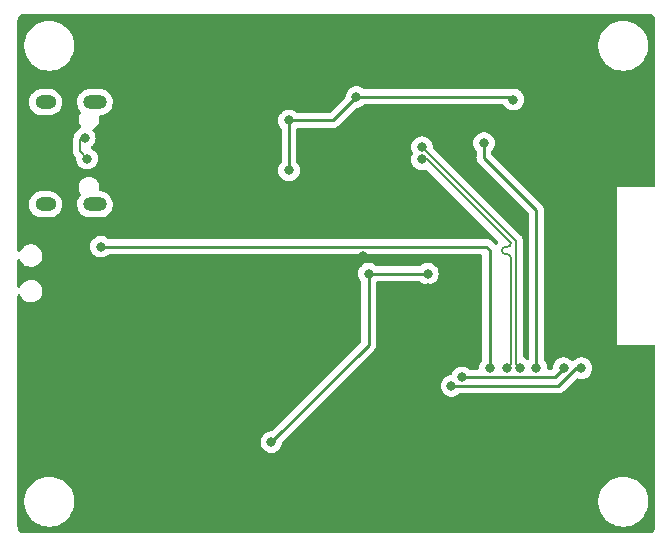
<source format=gbr>
%TF.GenerationSoftware,KiCad,Pcbnew,6.0.11-2627ca5db0~126~ubuntu22.04.1*%
%TF.CreationDate,2023-08-27T22:06:58+02:00*%
%TF.ProjectId,E73-2G4M08S1C-52840,4537332d-3247-4344-9d30-385331432d35,rev?*%
%TF.SameCoordinates,Original*%
%TF.FileFunction,Copper,L2,Bot*%
%TF.FilePolarity,Positive*%
%FSLAX46Y46*%
G04 Gerber Fmt 4.6, Leading zero omitted, Abs format (unit mm)*
G04 Created by KiCad (PCBNEW 6.0.11-2627ca5db0~126~ubuntu22.04.1) date 2023-08-27 22:06:58*
%MOMM*%
%LPD*%
G01*
G04 APERTURE LIST*
%TA.AperFunction,ComponentPad*%
%ADD10O,2.000000X1.200000*%
%TD*%
%TA.AperFunction,ComponentPad*%
%ADD11O,1.800000X1.200000*%
%TD*%
%TA.AperFunction,ViaPad*%
%ADD12C,0.800000*%
%TD*%
%TA.AperFunction,Conductor*%
%ADD13C,0.250000*%
%TD*%
%TA.AperFunction,Conductor*%
%ADD14C,0.200000*%
%TD*%
G04 APERTURE END LIST*
D10*
%TO.P,USBC1,0,SH*%
%TO.N,/USB_SH*%
X7062500Y-7970000D03*
%TO.P,USBC1,1*%
%TO.N,N/C*%
X7062500Y-16630000D03*
D11*
%TO.P,USBC1,2*%
X2882500Y-16630000D03*
%TO.P,USBC1,3*%
X2882500Y-7970000D03*
%TD*%
D12*
%TO.N,GND*%
X14122500Y-14500000D03*
X48500000Y-35250000D03*
X19817076Y-26266294D03*
X22055000Y-17485000D03*
X8778000Y-16000000D03*
X32250000Y-36750000D03*
X27000000Y-36750000D03*
X17500000Y-24750000D03*
X3750000Y-26000000D03*
X52500000Y-9750000D03*
X26750000Y-6500000D03*
X29750000Y-21000000D03*
X45750000Y-17000000D03*
X26000000Y-8500000D03*
X19305000Y-18985000D03*
X7750000Y-30500000D03*
X27000000Y-26500000D03*
X29725000Y-14750000D03*
X1500000Y-26000000D03*
X3750000Y-18750000D03*
X14122500Y-10250000D03*
X1500000Y-18750000D03*
X38750000Y-26500000D03*
X8872500Y-8750000D03*
X27250000Y-16500000D03*
X24500000Y-36750000D03*
X35250000Y-23750000D03*
X10872500Y-6000000D03*
%TO.N,VBUS*%
X7570000Y-20215000D03*
X40480000Y-30480000D03*
%TO.N,DATA-*%
X6400000Y-12749500D03*
X41975000Y-30456644D03*
X6200000Y-11000000D03*
X34750000Y-12825000D03*
%TO.N,DATA+*%
X43025000Y-30456644D03*
X34750000Y-11775000D03*
%TO.N,LED1*%
X44450000Y-30450000D03*
X40005000Y-11430000D03*
%TO.N,SWD*%
X38146771Y-31275500D03*
X46750000Y-30500000D03*
%TO.N,SWC*%
X37250000Y-32000000D03*
X48250000Y-30500000D03*
%TO.N,nRF_VDD*%
X29210000Y-7530500D03*
X42500000Y-7750000D03*
X22000000Y-36750000D03*
X23495000Y-9525000D03*
X23495000Y-13750000D03*
X30250000Y-22500000D03*
X35250000Y-22500000D03*
%TD*%
D13*
%TO.N,VBUS*%
X7570000Y-20215000D02*
X40215000Y-20215000D01*
X40480000Y-20480000D02*
X40480000Y-30480000D01*
X40215000Y-20215000D02*
X40480000Y-20480000D01*
D14*
%TO.N,DATA-*%
X6200000Y-11000000D02*
X6000000Y-11000000D01*
X42275000Y-21136397D02*
X42274999Y-30156645D01*
X35163603Y-12825000D02*
X42275000Y-19936397D01*
X42274999Y-30156645D02*
X41975000Y-30456644D01*
X5800000Y-12149500D02*
X6400000Y-12749500D01*
X41820424Y-20836397D02*
X41975000Y-20836397D01*
X5800000Y-11200000D02*
X5800000Y-12149500D01*
X34750000Y-12825000D02*
X35163603Y-12825000D01*
X6000000Y-11000000D02*
X5800000Y-11200000D01*
X41975000Y-20236397D02*
X41820424Y-20236397D01*
X41820424Y-20836376D02*
G75*
G02*
X41520424Y-20536397I-24J299976D01*
G01*
X41975000Y-20236400D02*
G75*
G03*
X42275000Y-19936397I0J300000D01*
G01*
X41520397Y-20536397D02*
G75*
G02*
X41820424Y-20236397I300003J-3D01*
G01*
X42275003Y-21136397D02*
G75*
G03*
X41975000Y-20836397I-300003J-3D01*
G01*
%TO.N,DATA+*%
X42725000Y-19750000D02*
X34750000Y-11775000D01*
X43025000Y-30456644D02*
X42725001Y-30156645D01*
X42725001Y-30156645D02*
X42725000Y-19750000D01*
D13*
%TO.N,LED1*%
X44450000Y-17145000D02*
X40005000Y-12700000D01*
X44450000Y-17145000D02*
X44450000Y-30450000D01*
X40005000Y-12700000D02*
X40005000Y-11430000D01*
%TO.N,SWD*%
X46000000Y-31250000D02*
X46750000Y-30500000D01*
X38172271Y-31250000D02*
X46000000Y-31250000D01*
X38146771Y-31275500D02*
X38172271Y-31250000D01*
%TO.N,SWC*%
X37250000Y-32000000D02*
X46275305Y-32000000D01*
X47775305Y-30500000D02*
X48250000Y-30500000D01*
X46275305Y-32000000D02*
X47775305Y-30500000D01*
%TO.N,nRF_VDD*%
X30250000Y-28500000D02*
X22000000Y-36750000D01*
X23495000Y-9525000D02*
X27215500Y-9525000D01*
X42280500Y-7530500D02*
X29210000Y-7530500D01*
X42500000Y-7750000D02*
X42280500Y-7530500D01*
X27215500Y-9525000D02*
X29210000Y-7530500D01*
X23495000Y-13750000D02*
X23495000Y-9525000D01*
X30250000Y-22500000D02*
X30250000Y-28500000D01*
X30250000Y-22500000D02*
X35250000Y-22500000D01*
%TD*%
%TA.AperFunction,Conductor*%
%TO.N,GND*%
G36*
X53970018Y-510000D02*
G01*
X53984852Y-512310D01*
X53984855Y-512310D01*
X53993724Y-513691D01*
X54002626Y-512527D01*
X54002750Y-512511D01*
X54033192Y-512240D01*
X54040621Y-513077D01*
X54095264Y-519234D01*
X54122771Y-525513D01*
X54199853Y-552485D01*
X54225274Y-564727D01*
X54294426Y-608178D01*
X54316485Y-625770D01*
X54374230Y-683515D01*
X54391822Y-705574D01*
X54435273Y-774726D01*
X54447515Y-800147D01*
X54474487Y-877228D01*
X54480766Y-904736D01*
X54487018Y-960226D01*
X54486923Y-975868D01*
X54487800Y-975879D01*
X54487690Y-984851D01*
X54486309Y-993724D01*
X54487473Y-1002626D01*
X54487473Y-1002628D01*
X54490436Y-1025283D01*
X54491500Y-1041621D01*
X54491500Y-15074000D01*
X54471498Y-15142121D01*
X54417842Y-15188614D01*
X54365500Y-15200000D01*
X51300000Y-15200000D01*
X51300000Y-28500000D01*
X54365500Y-28500000D01*
X54433621Y-28520002D01*
X54480114Y-28573658D01*
X54491500Y-28626000D01*
X54491500Y-43950633D01*
X54490000Y-43970018D01*
X54486309Y-43993724D01*
X54487473Y-44002626D01*
X54487489Y-44002750D01*
X54487760Y-44033192D01*
X54485430Y-44053870D01*
X54480766Y-44095264D01*
X54474487Y-44122771D01*
X54447515Y-44199853D01*
X54435273Y-44225274D01*
X54391822Y-44294426D01*
X54374230Y-44316485D01*
X54316485Y-44374230D01*
X54294426Y-44391822D01*
X54225274Y-44435273D01*
X54199853Y-44447515D01*
X54122772Y-44474487D01*
X54095264Y-44480766D01*
X54039774Y-44487018D01*
X54024132Y-44486923D01*
X54024121Y-44487800D01*
X54015149Y-44487690D01*
X54006276Y-44486309D01*
X53997374Y-44487473D01*
X53997372Y-44487473D01*
X53986385Y-44488910D01*
X53974714Y-44490436D01*
X53958379Y-44491500D01*
X1049367Y-44491500D01*
X1029982Y-44490000D01*
X1015148Y-44487690D01*
X1015145Y-44487690D01*
X1006276Y-44486309D01*
X997374Y-44487473D01*
X997250Y-44487489D01*
X966808Y-44487760D01*
X946130Y-44485430D01*
X904736Y-44480766D01*
X877229Y-44474487D01*
X800147Y-44447515D01*
X774726Y-44435273D01*
X705574Y-44391822D01*
X683515Y-44374230D01*
X625770Y-44316485D01*
X608178Y-44294426D01*
X564727Y-44225274D01*
X552485Y-44199853D01*
X525513Y-44122772D01*
X519234Y-44095266D01*
X513170Y-44041451D01*
X512888Y-44016640D01*
X513576Y-44012552D01*
X513729Y-44000000D01*
X509773Y-43972376D01*
X508500Y-43954514D01*
X508500Y-41932703D01*
X1090743Y-41932703D01*
X1128268Y-42217734D01*
X1204129Y-42495036D01*
X1316923Y-42759476D01*
X1464561Y-43006161D01*
X1644313Y-43230528D01*
X1852851Y-43428423D01*
X2086317Y-43596186D01*
X2090112Y-43598195D01*
X2090113Y-43598196D01*
X2111869Y-43609715D01*
X2340392Y-43730712D01*
X2610373Y-43829511D01*
X2891264Y-43890755D01*
X2919841Y-43893004D01*
X3114282Y-43908307D01*
X3114291Y-43908307D01*
X3116739Y-43908500D01*
X3272271Y-43908500D01*
X3274407Y-43908354D01*
X3274418Y-43908354D01*
X3482548Y-43894165D01*
X3482554Y-43894164D01*
X3486825Y-43893873D01*
X3491020Y-43893004D01*
X3491022Y-43893004D01*
X3627583Y-43864724D01*
X3768342Y-43835574D01*
X4039343Y-43739607D01*
X4294812Y-43607750D01*
X4298313Y-43605289D01*
X4298317Y-43605287D01*
X4412417Y-43525096D01*
X4530023Y-43442441D01*
X4740622Y-43246740D01*
X4922713Y-43024268D01*
X5072927Y-42779142D01*
X5188483Y-42515898D01*
X5267244Y-42239406D01*
X5307751Y-41954784D01*
X5307845Y-41936951D01*
X5307867Y-41932703D01*
X49690743Y-41932703D01*
X49728268Y-42217734D01*
X49804129Y-42495036D01*
X49916923Y-42759476D01*
X50064561Y-43006161D01*
X50244313Y-43230528D01*
X50452851Y-43428423D01*
X50686317Y-43596186D01*
X50690112Y-43598195D01*
X50690113Y-43598196D01*
X50711869Y-43609715D01*
X50940392Y-43730712D01*
X51210373Y-43829511D01*
X51491264Y-43890755D01*
X51519841Y-43893004D01*
X51714282Y-43908307D01*
X51714291Y-43908307D01*
X51716739Y-43908500D01*
X51872271Y-43908500D01*
X51874407Y-43908354D01*
X51874418Y-43908354D01*
X52082548Y-43894165D01*
X52082554Y-43894164D01*
X52086825Y-43893873D01*
X52091020Y-43893004D01*
X52091022Y-43893004D01*
X52227583Y-43864724D01*
X52368342Y-43835574D01*
X52639343Y-43739607D01*
X52894812Y-43607750D01*
X52898313Y-43605289D01*
X52898317Y-43605287D01*
X53012417Y-43525096D01*
X53130023Y-43442441D01*
X53340622Y-43246740D01*
X53522713Y-43024268D01*
X53672927Y-42779142D01*
X53788483Y-42515898D01*
X53867244Y-42239406D01*
X53907751Y-41954784D01*
X53907845Y-41936951D01*
X53909235Y-41671583D01*
X53909235Y-41671576D01*
X53909257Y-41667297D01*
X53871732Y-41382266D01*
X53795871Y-41104964D01*
X53683077Y-40840524D01*
X53535439Y-40593839D01*
X53355687Y-40369472D01*
X53147149Y-40171577D01*
X52913683Y-40003814D01*
X52891843Y-39992250D01*
X52868654Y-39979972D01*
X52659608Y-39869288D01*
X52389627Y-39770489D01*
X52108736Y-39709245D01*
X52077685Y-39706801D01*
X51885718Y-39691693D01*
X51885709Y-39691693D01*
X51883261Y-39691500D01*
X51727729Y-39691500D01*
X51725593Y-39691646D01*
X51725582Y-39691646D01*
X51517452Y-39705835D01*
X51517446Y-39705836D01*
X51513175Y-39706127D01*
X51508980Y-39706996D01*
X51508978Y-39706996D01*
X51372416Y-39735277D01*
X51231658Y-39764426D01*
X50960657Y-39860393D01*
X50705188Y-39992250D01*
X50701687Y-39994711D01*
X50701683Y-39994713D01*
X50691594Y-40001804D01*
X50469977Y-40157559D01*
X50259378Y-40353260D01*
X50077287Y-40575732D01*
X49927073Y-40820858D01*
X49811517Y-41084102D01*
X49732756Y-41360594D01*
X49692249Y-41645216D01*
X49692227Y-41649505D01*
X49692226Y-41649512D01*
X49690765Y-41928417D01*
X49690743Y-41932703D01*
X5307867Y-41932703D01*
X5309235Y-41671583D01*
X5309235Y-41671576D01*
X5309257Y-41667297D01*
X5271732Y-41382266D01*
X5195871Y-41104964D01*
X5083077Y-40840524D01*
X4935439Y-40593839D01*
X4755687Y-40369472D01*
X4547149Y-40171577D01*
X4313683Y-40003814D01*
X4291843Y-39992250D01*
X4268654Y-39979972D01*
X4059608Y-39869288D01*
X3789627Y-39770489D01*
X3508736Y-39709245D01*
X3477685Y-39706801D01*
X3285718Y-39691693D01*
X3285709Y-39691693D01*
X3283261Y-39691500D01*
X3127729Y-39691500D01*
X3125593Y-39691646D01*
X3125582Y-39691646D01*
X2917452Y-39705835D01*
X2917446Y-39705836D01*
X2913175Y-39706127D01*
X2908980Y-39706996D01*
X2908978Y-39706996D01*
X2772416Y-39735277D01*
X2631658Y-39764426D01*
X2360657Y-39860393D01*
X2105188Y-39992250D01*
X2101687Y-39994711D01*
X2101683Y-39994713D01*
X2091594Y-40001804D01*
X1869977Y-40157559D01*
X1659378Y-40353260D01*
X1477287Y-40575732D01*
X1327073Y-40820858D01*
X1211517Y-41084102D01*
X1132756Y-41360594D01*
X1092249Y-41645216D01*
X1092227Y-41649505D01*
X1092226Y-41649512D01*
X1090765Y-41928417D01*
X1090743Y-41932703D01*
X508500Y-41932703D01*
X508500Y-36750000D01*
X21086496Y-36750000D01*
X21106458Y-36939928D01*
X21165473Y-37121556D01*
X21260960Y-37286944D01*
X21388747Y-37428866D01*
X21543248Y-37541118D01*
X21549276Y-37543802D01*
X21549278Y-37543803D01*
X21711681Y-37616109D01*
X21717712Y-37618794D01*
X21811113Y-37638647D01*
X21898056Y-37657128D01*
X21898061Y-37657128D01*
X21904513Y-37658500D01*
X22095487Y-37658500D01*
X22101939Y-37657128D01*
X22101944Y-37657128D01*
X22188887Y-37638647D01*
X22282288Y-37618794D01*
X22288319Y-37616109D01*
X22450722Y-37543803D01*
X22450724Y-37543802D01*
X22456752Y-37541118D01*
X22611253Y-37428866D01*
X22739040Y-37286944D01*
X22834527Y-37121556D01*
X22893542Y-36939928D01*
X22910907Y-36774706D01*
X22937920Y-36709050D01*
X22947122Y-36698782D01*
X30642253Y-29003652D01*
X30650539Y-28996112D01*
X30657018Y-28992000D01*
X30703644Y-28942348D01*
X30706398Y-28939507D01*
X30726135Y-28919770D01*
X30728615Y-28916573D01*
X30736320Y-28907551D01*
X30761159Y-28881100D01*
X30766586Y-28875321D01*
X30770405Y-28868375D01*
X30770407Y-28868372D01*
X30776348Y-28857566D01*
X30787199Y-28841047D01*
X30794758Y-28831301D01*
X30799614Y-28825041D01*
X30802759Y-28817772D01*
X30802762Y-28817768D01*
X30817174Y-28784463D01*
X30822391Y-28773813D01*
X30843695Y-28735060D01*
X30848733Y-28715437D01*
X30855137Y-28696734D01*
X30860033Y-28685420D01*
X30860033Y-28685419D01*
X30863181Y-28678145D01*
X30864420Y-28670322D01*
X30864423Y-28670312D01*
X30870099Y-28634476D01*
X30872505Y-28622856D01*
X30881528Y-28587711D01*
X30881528Y-28587710D01*
X30883500Y-28580030D01*
X30883500Y-28559776D01*
X30885051Y-28540065D01*
X30886980Y-28527886D01*
X30888220Y-28520057D01*
X30884059Y-28476038D01*
X30883500Y-28464181D01*
X30883500Y-23259500D01*
X30903502Y-23191379D01*
X30957158Y-23144886D01*
X31009500Y-23133500D01*
X34541800Y-23133500D01*
X34609921Y-23153502D01*
X34629147Y-23169843D01*
X34629420Y-23169540D01*
X34634332Y-23173963D01*
X34638747Y-23178866D01*
X34793248Y-23291118D01*
X34799276Y-23293802D01*
X34799278Y-23293803D01*
X34961681Y-23366109D01*
X34967712Y-23368794D01*
X35061112Y-23388647D01*
X35148056Y-23407128D01*
X35148061Y-23407128D01*
X35154513Y-23408500D01*
X35345487Y-23408500D01*
X35351939Y-23407128D01*
X35351944Y-23407128D01*
X35438888Y-23388647D01*
X35532288Y-23368794D01*
X35538319Y-23366109D01*
X35700722Y-23293803D01*
X35700724Y-23293802D01*
X35706752Y-23291118D01*
X35861253Y-23178866D01*
X35865675Y-23173955D01*
X35984621Y-23041852D01*
X35984625Y-23041847D01*
X35989040Y-23036944D01*
X36084527Y-22871556D01*
X36143542Y-22689928D01*
X36163504Y-22500000D01*
X36143542Y-22310072D01*
X36084527Y-22128444D01*
X35989040Y-21963056D01*
X35938438Y-21906856D01*
X35865675Y-21826045D01*
X35865674Y-21826044D01*
X35861253Y-21821134D01*
X35706752Y-21708882D01*
X35700724Y-21706198D01*
X35700722Y-21706197D01*
X35538319Y-21633891D01*
X35538318Y-21633891D01*
X35532288Y-21631206D01*
X35438887Y-21611353D01*
X35351944Y-21592872D01*
X35351939Y-21592872D01*
X35345487Y-21591500D01*
X35154513Y-21591500D01*
X35148061Y-21592872D01*
X35148056Y-21592872D01*
X35061113Y-21611353D01*
X34967712Y-21631206D01*
X34961682Y-21633891D01*
X34961681Y-21633891D01*
X34799278Y-21706197D01*
X34799276Y-21706198D01*
X34793248Y-21708882D01*
X34638747Y-21821134D01*
X34634332Y-21826037D01*
X34629420Y-21830460D01*
X34628295Y-21829211D01*
X34574986Y-21862051D01*
X34541800Y-21866500D01*
X30958200Y-21866500D01*
X30890079Y-21846498D01*
X30870853Y-21830157D01*
X30870580Y-21830460D01*
X30865668Y-21826037D01*
X30861253Y-21821134D01*
X30706752Y-21708882D01*
X30700724Y-21706198D01*
X30700722Y-21706197D01*
X30538319Y-21633891D01*
X30538318Y-21633891D01*
X30532288Y-21631206D01*
X30438887Y-21611353D01*
X30351944Y-21592872D01*
X30351939Y-21592872D01*
X30345487Y-21591500D01*
X30154513Y-21591500D01*
X30148061Y-21592872D01*
X30148056Y-21592872D01*
X30061113Y-21611353D01*
X29967712Y-21631206D01*
X29961682Y-21633891D01*
X29961681Y-21633891D01*
X29799278Y-21706197D01*
X29799276Y-21706198D01*
X29793248Y-21708882D01*
X29638747Y-21821134D01*
X29634326Y-21826044D01*
X29634325Y-21826045D01*
X29561563Y-21906856D01*
X29510960Y-21963056D01*
X29415473Y-22128444D01*
X29356458Y-22310072D01*
X29336496Y-22500000D01*
X29356458Y-22689928D01*
X29415473Y-22871556D01*
X29510960Y-23036944D01*
X29584137Y-23118215D01*
X29614853Y-23182221D01*
X29616500Y-23202524D01*
X29616500Y-28185406D01*
X29596498Y-28253527D01*
X29579595Y-28274501D01*
X22049500Y-35804595D01*
X21987188Y-35838621D01*
X21960405Y-35841500D01*
X21904513Y-35841500D01*
X21898061Y-35842872D01*
X21898056Y-35842872D01*
X21811113Y-35861353D01*
X21717712Y-35881206D01*
X21711682Y-35883891D01*
X21711681Y-35883891D01*
X21549278Y-35956197D01*
X21549276Y-35956198D01*
X21543248Y-35958882D01*
X21388747Y-36071134D01*
X21260960Y-36213056D01*
X21165473Y-36378444D01*
X21106458Y-36560072D01*
X21086496Y-36750000D01*
X508500Y-36750000D01*
X508500Y-24352543D01*
X528502Y-24284422D01*
X582158Y-24237929D01*
X652432Y-24227825D01*
X717012Y-24257319D01*
X752750Y-24309035D01*
X781563Y-24387346D01*
X884174Y-24552840D01*
X1017966Y-24694322D01*
X1177475Y-24806011D01*
X1183338Y-24808548D01*
X1350325Y-24880810D01*
X1350329Y-24880811D01*
X1356184Y-24883345D01*
X1362431Y-24884650D01*
X1362434Y-24884651D01*
X1542057Y-24922176D01*
X1542062Y-24922177D01*
X1546793Y-24923165D01*
X1553185Y-24923500D01*
X1696163Y-24923500D01*
X1765451Y-24916462D01*
X1834878Y-24909410D01*
X1834879Y-24909410D01*
X1841227Y-24908765D01*
X1922343Y-24883345D01*
X2020951Y-24852444D01*
X2020956Y-24852442D01*
X2027041Y-24850535D01*
X2113975Y-24802346D01*
X2191771Y-24759223D01*
X2191774Y-24759221D01*
X2197350Y-24756130D01*
X2202191Y-24751981D01*
X2202195Y-24751978D01*
X2340355Y-24633560D01*
X2345198Y-24629409D01*
X2464546Y-24475547D01*
X2505279Y-24392768D01*
X2547700Y-24306556D01*
X2550518Y-24300829D01*
X2561852Y-24257319D01*
X2597992Y-24118575D01*
X2597992Y-24118572D01*
X2599602Y-24112393D01*
X2609793Y-23917936D01*
X2580675Y-23725401D01*
X2578472Y-23719415D01*
X2578471Y-23719409D01*
X2515640Y-23548640D01*
X2515638Y-23548635D01*
X2513437Y-23542654D01*
X2410826Y-23377160D01*
X2277034Y-23235678D01*
X2117525Y-23123989D01*
X2069513Y-23103212D01*
X1944675Y-23049190D01*
X1944671Y-23049189D01*
X1938816Y-23046655D01*
X1932569Y-23045350D01*
X1932566Y-23045349D01*
X1752943Y-23007824D01*
X1752938Y-23007823D01*
X1748207Y-23006835D01*
X1741815Y-23006500D01*
X1598837Y-23006500D01*
X1529549Y-23013538D01*
X1460122Y-23020590D01*
X1460121Y-23020590D01*
X1453773Y-23021235D01*
X1403645Y-23036944D01*
X1274049Y-23077556D01*
X1274044Y-23077558D01*
X1267959Y-23079465D01*
X1198057Y-23118213D01*
X1103229Y-23170777D01*
X1103226Y-23170779D01*
X1097650Y-23173870D01*
X1092809Y-23178019D01*
X1092805Y-23178022D01*
X965382Y-23287237D01*
X949802Y-23300591D01*
X830454Y-23454453D01*
X827638Y-23460176D01*
X827636Y-23460179D01*
X747555Y-23622926D01*
X699532Y-23675217D01*
X630862Y-23693243D01*
X563347Y-23671283D01*
X518423Y-23616307D01*
X508500Y-23567296D01*
X508500Y-21352543D01*
X528502Y-21284422D01*
X582158Y-21237929D01*
X652432Y-21227825D01*
X717012Y-21257319D01*
X752750Y-21309035D01*
X781563Y-21387346D01*
X884174Y-21552840D01*
X888555Y-21557473D01*
X888556Y-21557474D01*
X960507Y-21633560D01*
X1017966Y-21694322D01*
X1023196Y-21697984D01*
X1023197Y-21697985D01*
X1100308Y-21751978D01*
X1177475Y-21806011D01*
X1212422Y-21821134D01*
X1350325Y-21880810D01*
X1350329Y-21880811D01*
X1356184Y-21883345D01*
X1362431Y-21884650D01*
X1362434Y-21884651D01*
X1542057Y-21922176D01*
X1542062Y-21922177D01*
X1546793Y-21923165D01*
X1553185Y-21923500D01*
X1696163Y-21923500D01*
X1765451Y-21916462D01*
X1834878Y-21909410D01*
X1834879Y-21909410D01*
X1841227Y-21908765D01*
X1922343Y-21883345D01*
X2020951Y-21852444D01*
X2020956Y-21852442D01*
X2027041Y-21850535D01*
X2113975Y-21802346D01*
X2191771Y-21759223D01*
X2191774Y-21759221D01*
X2197350Y-21756130D01*
X2202191Y-21751981D01*
X2202195Y-21751978D01*
X2340355Y-21633560D01*
X2345198Y-21629409D01*
X2464546Y-21475547D01*
X2476698Y-21450852D01*
X2547700Y-21306556D01*
X2550518Y-21300829D01*
X2561852Y-21257319D01*
X2597992Y-21118575D01*
X2597992Y-21118572D01*
X2599602Y-21112393D01*
X2609793Y-20917936D01*
X2586299Y-20762587D01*
X2581630Y-20731715D01*
X2581630Y-20731714D01*
X2580675Y-20725401D01*
X2578472Y-20719415D01*
X2578471Y-20719409D01*
X2515640Y-20548640D01*
X2515638Y-20548635D01*
X2513437Y-20542654D01*
X2455621Y-20449406D01*
X2414188Y-20382582D01*
X2414187Y-20382581D01*
X2410826Y-20377160D01*
X2277034Y-20235678D01*
X2256879Y-20221565D01*
X2247503Y-20215000D01*
X6656496Y-20215000D01*
X6657186Y-20221565D01*
X6673540Y-20377160D01*
X6676458Y-20404928D01*
X6735473Y-20586556D01*
X6830960Y-20751944D01*
X6958747Y-20893866D01*
X7113248Y-21006118D01*
X7119276Y-21008802D01*
X7119278Y-21008803D01*
X7281681Y-21081109D01*
X7287712Y-21083794D01*
X7381112Y-21103647D01*
X7468056Y-21122128D01*
X7468061Y-21122128D01*
X7474513Y-21123500D01*
X7665487Y-21123500D01*
X7671939Y-21122128D01*
X7671944Y-21122128D01*
X7758888Y-21103647D01*
X7852288Y-21083794D01*
X7858319Y-21081109D01*
X8020722Y-21008803D01*
X8020724Y-21008802D01*
X8026752Y-21006118D01*
X8181253Y-20893866D01*
X8185668Y-20888963D01*
X8190580Y-20884540D01*
X8191705Y-20885789D01*
X8245014Y-20852949D01*
X8278200Y-20848500D01*
X39720500Y-20848500D01*
X39788621Y-20868502D01*
X39835114Y-20922158D01*
X39846500Y-20974500D01*
X39846500Y-29777476D01*
X39826498Y-29845597D01*
X39814142Y-29861779D01*
X39740960Y-29943056D01*
X39737659Y-29948774D01*
X39662794Y-30078444D01*
X39645473Y-30108444D01*
X39586458Y-30290072D01*
X39566496Y-30480000D01*
X39567186Y-30486565D01*
X39567186Y-30490500D01*
X39547184Y-30558621D01*
X39493528Y-30605114D01*
X39441186Y-30616500D01*
X38826307Y-30616500D01*
X38758186Y-30596498D01*
X38752246Y-30592436D01*
X38608865Y-30488263D01*
X38608864Y-30488262D01*
X38603523Y-30484382D01*
X38597495Y-30481698D01*
X38597493Y-30481697D01*
X38435090Y-30409391D01*
X38435089Y-30409391D01*
X38429059Y-30406706D01*
X38335659Y-30386853D01*
X38248715Y-30368372D01*
X38248710Y-30368372D01*
X38242258Y-30367000D01*
X38051284Y-30367000D01*
X38044832Y-30368372D01*
X38044827Y-30368372D01*
X37957883Y-30386853D01*
X37864483Y-30406706D01*
X37858453Y-30409391D01*
X37858452Y-30409391D01*
X37696049Y-30481697D01*
X37696047Y-30481698D01*
X37690019Y-30484382D01*
X37684678Y-30488262D01*
X37684677Y-30488263D01*
X37668523Y-30500000D01*
X37535518Y-30596634D01*
X37531097Y-30601544D01*
X37531096Y-30601545D01*
X37517631Y-30616500D01*
X37407731Y-30738556D01*
X37312244Y-30903944D01*
X37310202Y-30910229D01*
X37279592Y-31004436D01*
X37239518Y-31063042D01*
X37174122Y-31090679D01*
X37162735Y-31091330D01*
X37161117Y-31091500D01*
X37154513Y-31091500D01*
X37148061Y-31092872D01*
X37148056Y-31092872D01*
X37061113Y-31111353D01*
X36967712Y-31131206D01*
X36961682Y-31133891D01*
X36961681Y-31133891D01*
X36799278Y-31206197D01*
X36799276Y-31206198D01*
X36793248Y-31208882D01*
X36638747Y-31321134D01*
X36510960Y-31463056D01*
X36415473Y-31628444D01*
X36356458Y-31810072D01*
X36336496Y-32000000D01*
X36356458Y-32189928D01*
X36415473Y-32371556D01*
X36510960Y-32536944D01*
X36515378Y-32541851D01*
X36515379Y-32541852D01*
X36597452Y-32633003D01*
X36638747Y-32678866D01*
X36793248Y-32791118D01*
X36799276Y-32793802D01*
X36799278Y-32793803D01*
X36961681Y-32866109D01*
X36967712Y-32868794D01*
X37061112Y-32888647D01*
X37148056Y-32907128D01*
X37148061Y-32907128D01*
X37154513Y-32908500D01*
X37345487Y-32908500D01*
X37351939Y-32907128D01*
X37351944Y-32907128D01*
X37438888Y-32888647D01*
X37532288Y-32868794D01*
X37538319Y-32866109D01*
X37700722Y-32793803D01*
X37700724Y-32793802D01*
X37706752Y-32791118D01*
X37861253Y-32678866D01*
X37865668Y-32673963D01*
X37870580Y-32669540D01*
X37871705Y-32670789D01*
X37925014Y-32637949D01*
X37958200Y-32633500D01*
X46196538Y-32633500D01*
X46207721Y-32634027D01*
X46215214Y-32635702D01*
X46223140Y-32635453D01*
X46223141Y-32635453D01*
X46283291Y-32633562D01*
X46287250Y-32633500D01*
X46315161Y-32633500D01*
X46319096Y-32633003D01*
X46319161Y-32632995D01*
X46330998Y-32632062D01*
X46363256Y-32631048D01*
X46367275Y-32630922D01*
X46375194Y-32630673D01*
X46394648Y-32625021D01*
X46414005Y-32621013D01*
X46426235Y-32619468D01*
X46426236Y-32619468D01*
X46434102Y-32618474D01*
X46441473Y-32615555D01*
X46441475Y-32615555D01*
X46475217Y-32602196D01*
X46486447Y-32598351D01*
X46521288Y-32588229D01*
X46521289Y-32588229D01*
X46528898Y-32586018D01*
X46535717Y-32581985D01*
X46535722Y-32581983D01*
X46546333Y-32575707D01*
X46564081Y-32567012D01*
X46582922Y-32559552D01*
X46618692Y-32533564D01*
X46628612Y-32527048D01*
X46659840Y-32508580D01*
X46659843Y-32508578D01*
X46666667Y-32504542D01*
X46680988Y-32490221D01*
X46696022Y-32477380D01*
X46705999Y-32470131D01*
X46712412Y-32465472D01*
X46740603Y-32431395D01*
X46748593Y-32422616D01*
X47792104Y-31379105D01*
X47854416Y-31345079D01*
X47925231Y-31350144D01*
X47932449Y-31353094D01*
X47961677Y-31366108D01*
X47961685Y-31366111D01*
X47967712Y-31368794D01*
X48061113Y-31388647D01*
X48148056Y-31407128D01*
X48148061Y-31407128D01*
X48154513Y-31408500D01*
X48345487Y-31408500D01*
X48351939Y-31407128D01*
X48351944Y-31407128D01*
X48438888Y-31388647D01*
X48532288Y-31368794D01*
X48585553Y-31345079D01*
X48700722Y-31293803D01*
X48700724Y-31293802D01*
X48706752Y-31291118D01*
X48861253Y-31178866D01*
X48989040Y-31036944D01*
X49084527Y-30871556D01*
X49143542Y-30689928D01*
X49153348Y-30596634D01*
X49162814Y-30506565D01*
X49163504Y-30500000D01*
X49143542Y-30310072D01*
X49084527Y-30128444D01*
X48989040Y-29963056D01*
X48976181Y-29948774D01*
X48865675Y-29826045D01*
X48865671Y-29826041D01*
X48861253Y-29821134D01*
X48706752Y-29708882D01*
X48700724Y-29706198D01*
X48700722Y-29706197D01*
X48538319Y-29633891D01*
X48538318Y-29633891D01*
X48532288Y-29631206D01*
X48438888Y-29611353D01*
X48351944Y-29592872D01*
X48351939Y-29592872D01*
X48345487Y-29591500D01*
X48154513Y-29591500D01*
X48148061Y-29592872D01*
X48148056Y-29592872D01*
X48061112Y-29611353D01*
X47967712Y-29631206D01*
X47961682Y-29633891D01*
X47961681Y-29633891D01*
X47799278Y-29706197D01*
X47799276Y-29706198D01*
X47793248Y-29708882D01*
X47787907Y-29712762D01*
X47787906Y-29712763D01*
X47703766Y-29773895D01*
X47638747Y-29821134D01*
X47634336Y-29826033D01*
X47634327Y-29826041D01*
X47593636Y-29871234D01*
X47533190Y-29908474D01*
X47462207Y-29907122D01*
X47406364Y-29871234D01*
X47365673Y-29826041D01*
X47365664Y-29826033D01*
X47361253Y-29821134D01*
X47296234Y-29773895D01*
X47212094Y-29712763D01*
X47212093Y-29712762D01*
X47206752Y-29708882D01*
X47200724Y-29706198D01*
X47200722Y-29706197D01*
X47038319Y-29633891D01*
X47038318Y-29633891D01*
X47032288Y-29631206D01*
X46938888Y-29611353D01*
X46851944Y-29592872D01*
X46851939Y-29592872D01*
X46845487Y-29591500D01*
X46654513Y-29591500D01*
X46648061Y-29592872D01*
X46648056Y-29592872D01*
X46561112Y-29611353D01*
X46467712Y-29631206D01*
X46461682Y-29633891D01*
X46461681Y-29633891D01*
X46299278Y-29706197D01*
X46299276Y-29706198D01*
X46293248Y-29708882D01*
X46138747Y-29821134D01*
X46134329Y-29826041D01*
X46134325Y-29826045D01*
X46023820Y-29948774D01*
X46010960Y-29963056D01*
X45915473Y-30128444D01*
X45856458Y-30310072D01*
X45855768Y-30316633D01*
X45855768Y-30316635D01*
X45839093Y-30475292D01*
X45812080Y-30540949D01*
X45802878Y-30551217D01*
X45774500Y-30579595D01*
X45712188Y-30613621D01*
X45685405Y-30616500D01*
X45485942Y-30616500D01*
X45417821Y-30596498D01*
X45371328Y-30542842D01*
X45360632Y-30477331D01*
X45362814Y-30456568D01*
X45362814Y-30456565D01*
X45363504Y-30450000D01*
X45358954Y-30406706D01*
X45344232Y-30266635D01*
X45344232Y-30266633D01*
X45343542Y-30260072D01*
X45284527Y-30078444D01*
X45189040Y-29913056D01*
X45115863Y-29831785D01*
X45085147Y-29767779D01*
X45083500Y-29747476D01*
X45083500Y-17223767D01*
X45084027Y-17212584D01*
X45085702Y-17205091D01*
X45083562Y-17137014D01*
X45083500Y-17133055D01*
X45083500Y-17105144D01*
X45082995Y-17101144D01*
X45082062Y-17089301D01*
X45082018Y-17087878D01*
X45080673Y-17045110D01*
X45075022Y-17025658D01*
X45071014Y-17006306D01*
X45069467Y-16994063D01*
X45068474Y-16986203D01*
X45065556Y-16978832D01*
X45052200Y-16945097D01*
X45048355Y-16933870D01*
X45038338Y-16899393D01*
X45036018Y-16891407D01*
X45031984Y-16884585D01*
X45031981Y-16884579D01*
X45025706Y-16873968D01*
X45017010Y-16856218D01*
X45012472Y-16844756D01*
X45012469Y-16844751D01*
X45009552Y-16837383D01*
X44983573Y-16801625D01*
X44977057Y-16791707D01*
X44958575Y-16760457D01*
X44954542Y-16753637D01*
X44940218Y-16739313D01*
X44927376Y-16724278D01*
X44915472Y-16707893D01*
X44881406Y-16679711D01*
X44872627Y-16671722D01*
X40675405Y-12474500D01*
X40641379Y-12412188D01*
X40638500Y-12385405D01*
X40638500Y-12132524D01*
X40658502Y-12064403D01*
X40670858Y-12048221D01*
X40744040Y-11966944D01*
X40839527Y-11801556D01*
X40898542Y-11619928D01*
X40902206Y-11585072D01*
X40917814Y-11436565D01*
X40918504Y-11430000D01*
X40898542Y-11240072D01*
X40839527Y-11058444D01*
X40744040Y-10893056D01*
X40681052Y-10823100D01*
X40620675Y-10756045D01*
X40620674Y-10756044D01*
X40616253Y-10751134D01*
X40461752Y-10638882D01*
X40455724Y-10636198D01*
X40455722Y-10636197D01*
X40293319Y-10563891D01*
X40293318Y-10563891D01*
X40287288Y-10561206D01*
X40193888Y-10541353D01*
X40106944Y-10522872D01*
X40106939Y-10522872D01*
X40100487Y-10521500D01*
X39909513Y-10521500D01*
X39903061Y-10522872D01*
X39903056Y-10522872D01*
X39816113Y-10541353D01*
X39722712Y-10561206D01*
X39716682Y-10563891D01*
X39716681Y-10563891D01*
X39554278Y-10636197D01*
X39554276Y-10636198D01*
X39548248Y-10638882D01*
X39393747Y-10751134D01*
X39389326Y-10756044D01*
X39389325Y-10756045D01*
X39328949Y-10823100D01*
X39265960Y-10893056D01*
X39170473Y-11058444D01*
X39111458Y-11240072D01*
X39091496Y-11430000D01*
X39092186Y-11436565D01*
X39107795Y-11585072D01*
X39111458Y-11619928D01*
X39170473Y-11801556D01*
X39265960Y-11966944D01*
X39339137Y-12048215D01*
X39369853Y-12112221D01*
X39371500Y-12132524D01*
X39371500Y-12621233D01*
X39370973Y-12632416D01*
X39369298Y-12639909D01*
X39369547Y-12647835D01*
X39369547Y-12647836D01*
X39371438Y-12707986D01*
X39371500Y-12711945D01*
X39371500Y-12739856D01*
X39371997Y-12743790D01*
X39371997Y-12743791D01*
X39372005Y-12743856D01*
X39372938Y-12755693D01*
X39374327Y-12799889D01*
X39379715Y-12818435D01*
X39379978Y-12819339D01*
X39383987Y-12838700D01*
X39386526Y-12858797D01*
X39389445Y-12866168D01*
X39389445Y-12866170D01*
X39402804Y-12899912D01*
X39406649Y-12911142D01*
X39418982Y-12953593D01*
X39423015Y-12960412D01*
X39423017Y-12960417D01*
X39429293Y-12971028D01*
X39437988Y-12988776D01*
X39445448Y-13007617D01*
X39450110Y-13014033D01*
X39450110Y-13014034D01*
X39471436Y-13043387D01*
X39477952Y-13053307D01*
X39500458Y-13091362D01*
X39514779Y-13105683D01*
X39527619Y-13120716D01*
X39539528Y-13137107D01*
X39545634Y-13142158D01*
X39573605Y-13165298D01*
X39582384Y-13173288D01*
X43779595Y-17370499D01*
X43813621Y-17432811D01*
X43816500Y-17459594D01*
X43816500Y-29661446D01*
X43796498Y-29729567D01*
X43742842Y-29776060D01*
X43672568Y-29786164D01*
X43616439Y-29763382D01*
X43487094Y-29669407D01*
X43487093Y-29669406D01*
X43481752Y-29665526D01*
X43408252Y-29632802D01*
X43354156Y-29586822D01*
X43333501Y-29517695D01*
X43333500Y-19798136D01*
X43334578Y-19781690D01*
X43337432Y-19760015D01*
X43338750Y-19750000D01*
X43333500Y-19710120D01*
X43333500Y-19710115D01*
X43317838Y-19591150D01*
X43300255Y-19548700D01*
X43256524Y-19443124D01*
X43183477Y-19347928D01*
X43183474Y-19347925D01*
X43158987Y-19316013D01*
X43146590Y-19306500D01*
X43133621Y-19296548D01*
X43121230Y-19285681D01*
X35699719Y-11864170D01*
X35665693Y-11801858D01*
X35663159Y-11778284D01*
X35663504Y-11775000D01*
X35647865Y-11626206D01*
X35644232Y-11591635D01*
X35644232Y-11591633D01*
X35643542Y-11585072D01*
X35584527Y-11403444D01*
X35566117Y-11371556D01*
X35547314Y-11338990D01*
X35489040Y-11238056D01*
X35445706Y-11189928D01*
X35365675Y-11101045D01*
X35365674Y-11101044D01*
X35361253Y-11096134D01*
X35237972Y-11006565D01*
X35212094Y-10987763D01*
X35212093Y-10987762D01*
X35206752Y-10983882D01*
X35200724Y-10981198D01*
X35200722Y-10981197D01*
X35038319Y-10908891D01*
X35038318Y-10908891D01*
X35032288Y-10906206D01*
X34938887Y-10886353D01*
X34851944Y-10867872D01*
X34851939Y-10867872D01*
X34845487Y-10866500D01*
X34654513Y-10866500D01*
X34648061Y-10867872D01*
X34648056Y-10867872D01*
X34561113Y-10886353D01*
X34467712Y-10906206D01*
X34461682Y-10908891D01*
X34461681Y-10908891D01*
X34299278Y-10981197D01*
X34299276Y-10981198D01*
X34293248Y-10983882D01*
X34287907Y-10987762D01*
X34287906Y-10987763D01*
X34262028Y-11006565D01*
X34138747Y-11096134D01*
X34134326Y-11101044D01*
X34134325Y-11101045D01*
X34054295Y-11189928D01*
X34010960Y-11238056D01*
X33952686Y-11338990D01*
X33933884Y-11371556D01*
X33915473Y-11403444D01*
X33856458Y-11585072D01*
X33855768Y-11591633D01*
X33855768Y-11591635D01*
X33852135Y-11626206D01*
X33836496Y-11775000D01*
X33837186Y-11781565D01*
X33855488Y-11955695D01*
X33856458Y-11964928D01*
X33915473Y-12146556D01*
X33918776Y-12152278D01*
X33918777Y-12152279D01*
X33967691Y-12237000D01*
X33984429Y-12305995D01*
X33967691Y-12363000D01*
X33915473Y-12453444D01*
X33856458Y-12635072D01*
X33855768Y-12641633D01*
X33855768Y-12641635D01*
X33845445Y-12739856D01*
X33836496Y-12825000D01*
X33837186Y-12831565D01*
X33855690Y-13007617D01*
X33856458Y-13014928D01*
X33915473Y-13196556D01*
X33918776Y-13202278D01*
X33918777Y-13202279D01*
X33952686Y-13261010D01*
X34010960Y-13361944D01*
X34015378Y-13366851D01*
X34015379Y-13366852D01*
X34074263Y-13432249D01*
X34138747Y-13503866D01*
X34293248Y-13616118D01*
X34299276Y-13618802D01*
X34299278Y-13618803D01*
X34461681Y-13691109D01*
X34467712Y-13693794D01*
X34553524Y-13712034D01*
X34648056Y-13732128D01*
X34648061Y-13732128D01*
X34654513Y-13733500D01*
X34845487Y-13733500D01*
X34851939Y-13732128D01*
X34851944Y-13732128D01*
X34946476Y-13712034D01*
X35032288Y-13693794D01*
X35049744Y-13686022D01*
X35120111Y-13676588D01*
X35184408Y-13706694D01*
X35190088Y-13712034D01*
X41183244Y-19705190D01*
X41217270Y-19767502D01*
X41212205Y-19838317D01*
X41183242Y-19883383D01*
X41179699Y-19886926D01*
X41174912Y-19890854D01*
X41088135Y-19996584D01*
X41029457Y-20036549D01*
X40958486Y-20038447D01*
X40901644Y-20005740D01*
X40718647Y-19822742D01*
X40711113Y-19814463D01*
X40707000Y-19807982D01*
X40657347Y-19761355D01*
X40654506Y-19758601D01*
X40634770Y-19738865D01*
X40631573Y-19736385D01*
X40622551Y-19728680D01*
X40590321Y-19698414D01*
X40583375Y-19694595D01*
X40583372Y-19694593D01*
X40572566Y-19688652D01*
X40556047Y-19677801D01*
X40550048Y-19673148D01*
X40540041Y-19665386D01*
X40532772Y-19662241D01*
X40532768Y-19662238D01*
X40499463Y-19647826D01*
X40488813Y-19642609D01*
X40450060Y-19621305D01*
X40430437Y-19616267D01*
X40411734Y-19609863D01*
X40400420Y-19604967D01*
X40400419Y-19604967D01*
X40393145Y-19601819D01*
X40385322Y-19600580D01*
X40385312Y-19600577D01*
X40349476Y-19594901D01*
X40337856Y-19592495D01*
X40302711Y-19583472D01*
X40302710Y-19583472D01*
X40295030Y-19581500D01*
X40274776Y-19581500D01*
X40255065Y-19579949D01*
X40242886Y-19578020D01*
X40235057Y-19576780D01*
X40227165Y-19577526D01*
X40191039Y-19580941D01*
X40179181Y-19581500D01*
X8278200Y-19581500D01*
X8210079Y-19561498D01*
X8190853Y-19545157D01*
X8190580Y-19545460D01*
X8185668Y-19541037D01*
X8181253Y-19536134D01*
X8159671Y-19520454D01*
X8032094Y-19427763D01*
X8032093Y-19427762D01*
X8026752Y-19423882D01*
X8020724Y-19421198D01*
X8020722Y-19421197D01*
X7858319Y-19348891D01*
X7858318Y-19348891D01*
X7852288Y-19346206D01*
X7758887Y-19326353D01*
X7671944Y-19307872D01*
X7671939Y-19307872D01*
X7665487Y-19306500D01*
X7474513Y-19306500D01*
X7468061Y-19307872D01*
X7468056Y-19307872D01*
X7381113Y-19326353D01*
X7287712Y-19346206D01*
X7281682Y-19348891D01*
X7281681Y-19348891D01*
X7119278Y-19421197D01*
X7119276Y-19421198D01*
X7113248Y-19423882D01*
X6958747Y-19536134D01*
X6954326Y-19541044D01*
X6954325Y-19541045D01*
X6845203Y-19662238D01*
X6830960Y-19678056D01*
X6735473Y-19843444D01*
X6676458Y-20025072D01*
X6675768Y-20031633D01*
X6675768Y-20031635D01*
X6665676Y-20127654D01*
X6656496Y-20215000D01*
X2247503Y-20215000D01*
X2176138Y-20165030D01*
X2117525Y-20123989D01*
X2069513Y-20103212D01*
X1944675Y-20049190D01*
X1944671Y-20049189D01*
X1938816Y-20046655D01*
X1932569Y-20045350D01*
X1932566Y-20045349D01*
X1752943Y-20007824D01*
X1752938Y-20007823D01*
X1748207Y-20006835D01*
X1741815Y-20006500D01*
X1598837Y-20006500D01*
X1529549Y-20013538D01*
X1460122Y-20020590D01*
X1460121Y-20020590D01*
X1453773Y-20021235D01*
X1398849Y-20038447D01*
X1274049Y-20077556D01*
X1274044Y-20077558D01*
X1267959Y-20079465D01*
X1251411Y-20088638D01*
X1103229Y-20170777D01*
X1103226Y-20170779D01*
X1097650Y-20173870D01*
X1092809Y-20178019D01*
X1092805Y-20178022D01*
X1042003Y-20221565D01*
X949802Y-20300591D01*
X830454Y-20454453D01*
X827638Y-20460176D01*
X827636Y-20460179D01*
X747555Y-20622926D01*
X699532Y-20675217D01*
X630862Y-20693243D01*
X563347Y-20671283D01*
X518423Y-20616307D01*
X508500Y-20567296D01*
X508500Y-16575604D01*
X1470287Y-16575604D01*
X1480067Y-16786899D01*
X1481471Y-16792724D01*
X1481471Y-16792725D01*
X1518193Y-16945097D01*
X1529625Y-16992534D01*
X1532107Y-16997992D01*
X1532108Y-16997996D01*
X1575553Y-17093546D01*
X1617174Y-17185087D01*
X1739554Y-17357611D01*
X1892350Y-17503881D01*
X2070048Y-17618620D01*
X2075614Y-17620863D01*
X2260668Y-17695442D01*
X2260671Y-17695443D01*
X2266237Y-17697686D01*
X2473837Y-17738228D01*
X2479399Y-17738500D01*
X3235346Y-17738500D01*
X3393066Y-17723452D01*
X3596034Y-17663908D01*
X3679611Y-17620863D01*
X3778749Y-17569804D01*
X3778752Y-17569802D01*
X3784080Y-17567058D01*
X3950420Y-17436396D01*
X3954352Y-17431865D01*
X3954355Y-17431862D01*
X4085121Y-17281167D01*
X4089052Y-17276637D01*
X4092052Y-17271451D01*
X4092055Y-17271447D01*
X4191967Y-17098742D01*
X4194973Y-17093546D01*
X4264361Y-16893729D01*
X4283685Y-16760457D01*
X4293852Y-16690336D01*
X4293852Y-16690333D01*
X4294713Y-16684396D01*
X4289677Y-16575604D01*
X5550287Y-16575604D01*
X5560067Y-16786899D01*
X5561471Y-16792724D01*
X5561471Y-16792725D01*
X5598193Y-16945097D01*
X5609625Y-16992534D01*
X5612107Y-16997992D01*
X5612108Y-16997996D01*
X5655553Y-17093546D01*
X5697174Y-17185087D01*
X5819554Y-17357611D01*
X5972350Y-17503881D01*
X6150048Y-17618620D01*
X6155614Y-17620863D01*
X6340668Y-17695442D01*
X6340671Y-17695443D01*
X6346237Y-17697686D01*
X6553837Y-17738228D01*
X6559399Y-17738500D01*
X7515346Y-17738500D01*
X7673066Y-17723452D01*
X7876034Y-17663908D01*
X7959611Y-17620863D01*
X8058749Y-17569804D01*
X8058752Y-17569802D01*
X8064080Y-17567058D01*
X8230420Y-17436396D01*
X8234352Y-17431865D01*
X8234355Y-17431862D01*
X8365121Y-17281167D01*
X8369052Y-17276637D01*
X8372052Y-17271451D01*
X8372055Y-17271447D01*
X8471967Y-17098742D01*
X8474973Y-17093546D01*
X8544361Y-16893729D01*
X8563685Y-16760457D01*
X8573852Y-16690336D01*
X8573852Y-16690333D01*
X8574713Y-16684396D01*
X8564933Y-16473101D01*
X8515375Y-16267466D01*
X8472025Y-16172122D01*
X8430306Y-16080368D01*
X8427826Y-16074913D01*
X8305446Y-15902389D01*
X8152650Y-15756119D01*
X7974952Y-15641380D01*
X7914854Y-15617160D01*
X7784332Y-15564558D01*
X7784329Y-15564557D01*
X7778763Y-15562314D01*
X7571163Y-15521772D01*
X7565601Y-15521500D01*
X7552999Y-15521500D01*
X7484878Y-15501498D01*
X7438385Y-15447842D01*
X7428281Y-15377568D01*
X7429752Y-15369304D01*
X7444627Y-15299319D01*
X7446000Y-15292860D01*
X7446000Y-15107140D01*
X7407387Y-14925479D01*
X7331848Y-14755817D01*
X7260147Y-14657128D01*
X7226568Y-14610910D01*
X7226566Y-14610908D01*
X7222685Y-14605566D01*
X7084669Y-14481296D01*
X6923831Y-14388436D01*
X6747202Y-14331046D01*
X6740639Y-14330356D01*
X6740638Y-14330356D01*
X6716442Y-14327813D01*
X6608806Y-14316500D01*
X6516194Y-14316500D01*
X6408558Y-14327813D01*
X6384362Y-14330356D01*
X6384361Y-14330356D01*
X6377798Y-14331046D01*
X6201169Y-14388436D01*
X6040331Y-14481296D01*
X5902315Y-14605566D01*
X5793152Y-14755816D01*
X5717613Y-14925479D01*
X5679000Y-15107140D01*
X5679000Y-15292860D01*
X5680372Y-15299313D01*
X5680372Y-15299317D01*
X5697005Y-15377568D01*
X5717613Y-15474521D01*
X5720297Y-15480550D01*
X5720298Y-15480552D01*
X5770990Y-15594406D01*
X5793152Y-15644183D01*
X5831269Y-15696646D01*
X5851468Y-15724448D01*
X5875327Y-15791316D01*
X5859246Y-15860467D01*
X5844697Y-15881089D01*
X5755948Y-15983363D01*
X5752948Y-15988549D01*
X5752945Y-15988553D01*
X5705812Y-16070026D01*
X5650027Y-16166454D01*
X5580639Y-16366271D01*
X5550287Y-16575604D01*
X4289677Y-16575604D01*
X4284933Y-16473101D01*
X4235375Y-16267466D01*
X4192025Y-16172122D01*
X4150306Y-16080368D01*
X4147826Y-16074913D01*
X4025446Y-15902389D01*
X3872650Y-15756119D01*
X3694952Y-15641380D01*
X3634854Y-15617160D01*
X3504332Y-15564558D01*
X3504329Y-15564557D01*
X3498763Y-15562314D01*
X3291163Y-15521772D01*
X3285601Y-15521500D01*
X2529654Y-15521500D01*
X2371934Y-15536548D01*
X2168966Y-15596092D01*
X2163639Y-15598836D01*
X2163638Y-15598836D01*
X1986251Y-15690196D01*
X1986248Y-15690198D01*
X1980920Y-15692942D01*
X1814580Y-15823604D01*
X1810648Y-15828135D01*
X1810645Y-15828138D01*
X1741974Y-15907275D01*
X1675948Y-15983363D01*
X1672948Y-15988549D01*
X1672945Y-15988553D01*
X1625812Y-16070026D01*
X1570027Y-16166454D01*
X1500639Y-16366271D01*
X1470287Y-16575604D01*
X508500Y-16575604D01*
X508500Y-13750000D01*
X22581496Y-13750000D01*
X22601458Y-13939928D01*
X22660473Y-14121556D01*
X22755960Y-14286944D01*
X22760378Y-14291851D01*
X22760379Y-14291852D01*
X22797506Y-14333086D01*
X22883747Y-14428866D01*
X23038248Y-14541118D01*
X23044276Y-14543802D01*
X23044278Y-14543803D01*
X23173069Y-14601144D01*
X23212712Y-14618794D01*
X23306113Y-14638647D01*
X23393056Y-14657128D01*
X23393061Y-14657128D01*
X23399513Y-14658500D01*
X23590487Y-14658500D01*
X23596939Y-14657128D01*
X23596944Y-14657128D01*
X23683887Y-14638647D01*
X23777288Y-14618794D01*
X23816931Y-14601144D01*
X23945722Y-14543803D01*
X23945724Y-14543802D01*
X23951752Y-14541118D01*
X24106253Y-14428866D01*
X24192494Y-14333086D01*
X24229621Y-14291852D01*
X24229622Y-14291851D01*
X24234040Y-14286944D01*
X24329527Y-14121556D01*
X24388542Y-13939928D01*
X24408504Y-13750000D01*
X24388542Y-13560072D01*
X24329527Y-13378444D01*
X24322835Y-13366852D01*
X24237341Y-13218774D01*
X24234040Y-13213056D01*
X24160863Y-13131785D01*
X24130147Y-13067779D01*
X24128500Y-13047476D01*
X24128500Y-10284500D01*
X24148502Y-10216379D01*
X24202158Y-10169886D01*
X24254500Y-10158500D01*
X27136733Y-10158500D01*
X27147916Y-10159027D01*
X27155409Y-10160702D01*
X27163335Y-10160453D01*
X27163336Y-10160453D01*
X27223486Y-10158562D01*
X27227445Y-10158500D01*
X27255356Y-10158500D01*
X27259291Y-10158003D01*
X27259356Y-10157995D01*
X27271193Y-10157062D01*
X27303451Y-10156048D01*
X27307470Y-10155922D01*
X27315389Y-10155673D01*
X27334843Y-10150021D01*
X27354200Y-10146013D01*
X27366430Y-10144468D01*
X27366431Y-10144468D01*
X27374297Y-10143474D01*
X27381668Y-10140555D01*
X27381670Y-10140555D01*
X27415412Y-10127196D01*
X27426642Y-10123351D01*
X27461483Y-10113229D01*
X27461484Y-10113229D01*
X27469093Y-10111018D01*
X27475912Y-10106985D01*
X27475917Y-10106983D01*
X27486528Y-10100707D01*
X27504276Y-10092012D01*
X27523117Y-10084552D01*
X27558887Y-10058564D01*
X27568807Y-10052048D01*
X27600035Y-10033580D01*
X27600038Y-10033578D01*
X27606862Y-10029542D01*
X27621183Y-10015221D01*
X27636217Y-10002380D01*
X27646194Y-9995131D01*
X27652607Y-9990472D01*
X27680798Y-9956395D01*
X27688788Y-9947616D01*
X29160500Y-8475905D01*
X29222812Y-8441879D01*
X29249595Y-8439000D01*
X29305487Y-8439000D01*
X29311939Y-8437628D01*
X29311944Y-8437628D01*
X29398887Y-8419147D01*
X29492288Y-8399294D01*
X29498319Y-8396609D01*
X29660722Y-8324303D01*
X29660724Y-8324302D01*
X29666752Y-8321618D01*
X29714477Y-8286944D01*
X29815914Y-8213245D01*
X29821253Y-8209366D01*
X29825668Y-8204463D01*
X29830580Y-8200040D01*
X29831705Y-8201289D01*
X29885014Y-8168449D01*
X29918200Y-8164000D01*
X41617232Y-8164000D01*
X41685353Y-8184002D01*
X41726351Y-8227000D01*
X41757658Y-8281226D01*
X41757661Y-8281231D01*
X41760960Y-8286944D01*
X41765378Y-8291851D01*
X41765379Y-8291852D01*
X41794598Y-8324303D01*
X41888747Y-8428866D01*
X41987843Y-8500864D01*
X42027910Y-8529974D01*
X42043248Y-8541118D01*
X42049276Y-8543802D01*
X42049278Y-8543803D01*
X42201210Y-8611447D01*
X42217712Y-8618794D01*
X42311113Y-8638647D01*
X42398056Y-8657128D01*
X42398061Y-8657128D01*
X42404513Y-8658500D01*
X42595487Y-8658500D01*
X42601939Y-8657128D01*
X42601944Y-8657128D01*
X42688887Y-8638647D01*
X42782288Y-8618794D01*
X42798790Y-8611447D01*
X42950722Y-8543803D01*
X42950724Y-8543802D01*
X42956752Y-8541118D01*
X42972091Y-8529974D01*
X43012157Y-8500864D01*
X43111253Y-8428866D01*
X43205402Y-8324303D01*
X43234621Y-8291852D01*
X43234622Y-8291851D01*
X43239040Y-8286944D01*
X43334527Y-8121556D01*
X43393542Y-7939928D01*
X43413504Y-7750000D01*
X43393542Y-7560072D01*
X43334527Y-7378444D01*
X43239040Y-7213056D01*
X43195977Y-7165229D01*
X43115675Y-7076045D01*
X43115674Y-7076044D01*
X43111253Y-7071134D01*
X43012157Y-6999136D01*
X42962094Y-6962763D01*
X42962093Y-6962762D01*
X42956752Y-6958882D01*
X42950724Y-6956198D01*
X42950722Y-6956197D01*
X42788319Y-6883891D01*
X42788318Y-6883891D01*
X42782288Y-6881206D01*
X42666268Y-6856545D01*
X42601944Y-6842872D01*
X42601939Y-6842872D01*
X42595487Y-6841500D01*
X42404513Y-6841500D01*
X42398061Y-6842872D01*
X42398056Y-6842872D01*
X42333732Y-6856545D01*
X42217712Y-6881206D01*
X42211685Y-6883889D01*
X42211677Y-6883892D01*
X42206703Y-6886107D01*
X42155455Y-6897000D01*
X29918200Y-6897000D01*
X29850079Y-6876998D01*
X29830853Y-6860657D01*
X29830580Y-6860960D01*
X29825668Y-6856537D01*
X29821253Y-6851634D01*
X29666752Y-6739382D01*
X29660724Y-6736698D01*
X29660722Y-6736697D01*
X29498319Y-6664391D01*
X29498318Y-6664391D01*
X29492288Y-6661706D01*
X29398887Y-6641853D01*
X29311944Y-6623372D01*
X29311939Y-6623372D01*
X29305487Y-6622000D01*
X29114513Y-6622000D01*
X29108061Y-6623372D01*
X29108056Y-6623372D01*
X29021113Y-6641853D01*
X28927712Y-6661706D01*
X28921682Y-6664391D01*
X28921681Y-6664391D01*
X28759278Y-6736697D01*
X28759276Y-6736698D01*
X28753248Y-6739382D01*
X28598747Y-6851634D01*
X28594326Y-6856544D01*
X28594325Y-6856545D01*
X28502181Y-6958882D01*
X28470960Y-6993556D01*
X28375473Y-7158944D01*
X28316458Y-7340572D01*
X28315768Y-7347133D01*
X28315768Y-7347135D01*
X28311817Y-7384729D01*
X28299570Y-7501258D01*
X28299093Y-7505793D01*
X28272080Y-7571450D01*
X28262878Y-7581718D01*
X26990000Y-8854595D01*
X26927688Y-8888621D01*
X26900905Y-8891500D01*
X24203200Y-8891500D01*
X24135079Y-8871498D01*
X24115853Y-8855157D01*
X24115580Y-8855460D01*
X24110668Y-8851037D01*
X24106253Y-8846134D01*
X23951752Y-8733882D01*
X23945724Y-8731198D01*
X23945722Y-8731197D01*
X23783319Y-8658891D01*
X23783318Y-8658891D01*
X23777288Y-8656206D01*
X23683887Y-8636353D01*
X23596944Y-8617872D01*
X23596939Y-8617872D01*
X23590487Y-8616500D01*
X23399513Y-8616500D01*
X23393061Y-8617872D01*
X23393056Y-8617872D01*
X23306113Y-8636353D01*
X23212712Y-8656206D01*
X23206682Y-8658891D01*
X23206681Y-8658891D01*
X23044278Y-8731197D01*
X23044276Y-8731198D01*
X23038248Y-8733882D01*
X22883747Y-8846134D01*
X22879326Y-8851044D01*
X22879325Y-8851045D01*
X22779560Y-8961846D01*
X22755960Y-8988056D01*
X22660473Y-9153444D01*
X22601458Y-9335072D01*
X22581496Y-9525000D01*
X22601458Y-9714928D01*
X22660473Y-9896556D01*
X22755960Y-10061944D01*
X22829137Y-10143215D01*
X22859853Y-10207221D01*
X22861500Y-10227524D01*
X22861500Y-13047476D01*
X22841498Y-13115597D01*
X22829142Y-13131779D01*
X22755960Y-13213056D01*
X22752659Y-13218774D01*
X22667166Y-13366852D01*
X22660473Y-13378444D01*
X22601458Y-13560072D01*
X22581496Y-13750000D01*
X508500Y-13750000D01*
X508500Y-12149500D01*
X5186250Y-12149500D01*
X5191500Y-12189380D01*
X5191500Y-12189385D01*
X5203103Y-12277519D01*
X5207162Y-12308351D01*
X5268476Y-12456376D01*
X5273503Y-12462927D01*
X5273504Y-12462929D01*
X5341520Y-12551569D01*
X5341526Y-12551575D01*
X5366013Y-12583487D01*
X5372568Y-12588517D01*
X5391379Y-12602952D01*
X5403770Y-12613819D01*
X5450281Y-12660330D01*
X5484307Y-12722642D01*
X5486841Y-12746216D01*
X5486496Y-12749500D01*
X5487186Y-12756065D01*
X5497157Y-12850930D01*
X5506458Y-12939428D01*
X5565473Y-13121056D01*
X5568776Y-13126778D01*
X5568777Y-13126779D01*
X5574740Y-13137107D01*
X5660960Y-13286444D01*
X5665378Y-13291351D01*
X5665379Y-13291352D01*
X5738644Y-13372721D01*
X5788747Y-13428366D01*
X5943248Y-13540618D01*
X5949276Y-13543302D01*
X5949278Y-13543303D01*
X6111681Y-13615609D01*
X6117712Y-13618294D01*
X6211113Y-13638147D01*
X6298056Y-13656628D01*
X6298061Y-13656628D01*
X6304513Y-13658000D01*
X6495487Y-13658000D01*
X6501939Y-13656628D01*
X6501944Y-13656628D01*
X6588887Y-13638147D01*
X6682288Y-13618294D01*
X6688319Y-13615609D01*
X6850722Y-13543303D01*
X6850724Y-13543302D01*
X6856752Y-13540618D01*
X7011253Y-13428366D01*
X7061356Y-13372721D01*
X7134621Y-13291352D01*
X7134622Y-13291351D01*
X7139040Y-13286444D01*
X7225260Y-13137107D01*
X7231223Y-13126779D01*
X7231224Y-13126778D01*
X7234527Y-13121056D01*
X7293542Y-12939428D01*
X7302844Y-12850930D01*
X7312814Y-12756065D01*
X7313504Y-12749500D01*
X7300950Y-12630058D01*
X7294232Y-12566135D01*
X7294232Y-12566133D01*
X7293542Y-12559572D01*
X7234527Y-12377944D01*
X7139040Y-12212556D01*
X7084767Y-12152279D01*
X7015675Y-12075545D01*
X7015674Y-12075544D01*
X7011253Y-12070634D01*
X6856752Y-11958382D01*
X6850726Y-11955699D01*
X6850719Y-11955695D01*
X6789371Y-11928382D01*
X6735275Y-11882402D01*
X6714625Y-11814475D01*
X6733977Y-11746167D01*
X6766558Y-11711339D01*
X6771132Y-11708016D01*
X6811253Y-11678866D01*
X6889796Y-11591635D01*
X6934621Y-11541852D01*
X6934622Y-11541851D01*
X6939040Y-11536944D01*
X7012488Y-11409729D01*
X7031223Y-11377279D01*
X7031224Y-11377278D01*
X7034527Y-11371556D01*
X7093542Y-11189928D01*
X7096676Y-11160115D01*
X7112814Y-11006565D01*
X7113504Y-11000000D01*
X7101582Y-10886570D01*
X7094232Y-10816635D01*
X7094232Y-10816633D01*
X7093542Y-10810072D01*
X7034527Y-10628444D01*
X6939040Y-10463056D01*
X6888600Y-10407036D01*
X6857884Y-10343031D01*
X6866648Y-10272577D01*
X6912110Y-10218046D01*
X6923835Y-10211572D01*
X6923831Y-10211564D01*
X7011926Y-10160702D01*
X7084669Y-10118704D01*
X7090899Y-10113095D01*
X7217774Y-9998856D01*
X7217775Y-9998855D01*
X7222685Y-9994434D01*
X7256701Y-9947616D01*
X7327967Y-9849526D01*
X7327968Y-9849525D01*
X7331848Y-9844184D01*
X7386602Y-9721206D01*
X7404702Y-9680552D01*
X7404702Y-9680551D01*
X7407387Y-9674521D01*
X7437773Y-9531565D01*
X7444628Y-9499317D01*
X7444628Y-9499313D01*
X7446000Y-9492860D01*
X7446000Y-9307140D01*
X7429122Y-9227735D01*
X7434524Y-9156945D01*
X7477341Y-9100313D01*
X7540401Y-9076110D01*
X7673066Y-9063452D01*
X7876034Y-9003908D01*
X7881362Y-9001164D01*
X8058749Y-8909804D01*
X8058752Y-8909802D01*
X8064080Y-8907058D01*
X8230420Y-8776396D01*
X8234352Y-8771865D01*
X8234355Y-8771862D01*
X8365121Y-8621167D01*
X8369052Y-8616637D01*
X8372052Y-8611451D01*
X8372055Y-8611447D01*
X8471967Y-8438742D01*
X8474973Y-8433546D01*
X8544361Y-8233729D01*
X8547331Y-8213245D01*
X8573852Y-8030336D01*
X8573852Y-8030333D01*
X8574713Y-8024396D01*
X8564933Y-7813101D01*
X8515375Y-7607466D01*
X8499000Y-7571450D01*
X8430306Y-7420368D01*
X8427826Y-7414913D01*
X8305446Y-7242389D01*
X8152650Y-7096119D01*
X7974952Y-6981380D01*
X7912465Y-6956197D01*
X7784332Y-6904558D01*
X7784329Y-6904557D01*
X7778763Y-6902314D01*
X7571163Y-6861772D01*
X7565601Y-6861500D01*
X6609654Y-6861500D01*
X6451934Y-6876548D01*
X6248966Y-6936092D01*
X6243639Y-6938836D01*
X6243638Y-6938836D01*
X6066251Y-7030196D01*
X6066248Y-7030198D01*
X6060920Y-7032942D01*
X5894580Y-7163604D01*
X5890648Y-7168135D01*
X5890645Y-7168138D01*
X5821974Y-7247275D01*
X5755948Y-7323363D01*
X5752948Y-7328549D01*
X5752945Y-7328553D01*
X5705812Y-7410026D01*
X5650027Y-7506454D01*
X5580639Y-7706271D01*
X5579778Y-7712206D01*
X5579778Y-7712208D01*
X5573347Y-7756565D01*
X5550287Y-7915604D01*
X5560067Y-8126899D01*
X5561471Y-8132724D01*
X5561471Y-8132725D01*
X5599821Y-8291852D01*
X5609625Y-8332534D01*
X5612107Y-8337992D01*
X5612108Y-8337996D01*
X5653425Y-8428866D01*
X5697174Y-8525087D01*
X5819554Y-8697611D01*
X5835157Y-8712547D01*
X5870532Y-8774102D01*
X5867013Y-8845012D01*
X5849961Y-8877625D01*
X5793152Y-8955816D01*
X5790468Y-8961844D01*
X5790467Y-8961846D01*
X5720298Y-9119448D01*
X5717613Y-9125479D01*
X5679000Y-9307140D01*
X5679000Y-9492860D01*
X5680372Y-9499313D01*
X5680372Y-9499317D01*
X5687227Y-9531565D01*
X5717613Y-9674521D01*
X5720297Y-9680550D01*
X5720298Y-9680552D01*
X5738399Y-9721206D01*
X5793152Y-9844183D01*
X5797032Y-9849524D01*
X5797033Y-9849525D01*
X5889703Y-9977075D01*
X5913562Y-10043943D01*
X5897481Y-10113095D01*
X5846567Y-10162575D01*
X5839016Y-10166243D01*
X5749278Y-10206197D01*
X5749276Y-10206198D01*
X5743248Y-10208882D01*
X5737907Y-10212762D01*
X5737906Y-10212763D01*
X5687843Y-10249136D01*
X5588747Y-10321134D01*
X5460960Y-10463056D01*
X5365473Y-10628444D01*
X5306458Y-10810072D01*
X5305767Y-10816643D01*
X5304395Y-10823100D01*
X5302466Y-10822690D01*
X5280738Y-10877143D01*
X5273504Y-10886570D01*
X5273500Y-10886576D01*
X5268476Y-10893124D01*
X5265317Y-10900750D01*
X5265316Y-10900752D01*
X5263057Y-10906206D01*
X5207162Y-11041149D01*
X5207162Y-11041150D01*
X5191500Y-11160115D01*
X5191500Y-11160120D01*
X5186250Y-11200000D01*
X5187328Y-11208188D01*
X5190422Y-11231690D01*
X5191500Y-11248136D01*
X5191500Y-12101364D01*
X5190422Y-12117807D01*
X5186250Y-12149500D01*
X508500Y-12149500D01*
X508500Y-7915604D01*
X1470287Y-7915604D01*
X1480067Y-8126899D01*
X1481471Y-8132724D01*
X1481471Y-8132725D01*
X1519821Y-8291852D01*
X1529625Y-8332534D01*
X1532107Y-8337992D01*
X1532108Y-8337996D01*
X1573425Y-8428866D01*
X1617174Y-8525087D01*
X1739554Y-8697611D01*
X1892350Y-8843881D01*
X2070048Y-8958620D01*
X2075614Y-8960863D01*
X2260668Y-9035442D01*
X2260671Y-9035443D01*
X2266237Y-9037686D01*
X2473837Y-9078228D01*
X2479399Y-9078500D01*
X3235346Y-9078500D01*
X3393066Y-9063452D01*
X3596034Y-9003908D01*
X3601362Y-9001164D01*
X3778749Y-8909804D01*
X3778752Y-8909802D01*
X3784080Y-8907058D01*
X3950420Y-8776396D01*
X3954352Y-8771865D01*
X3954355Y-8771862D01*
X4085121Y-8621167D01*
X4089052Y-8616637D01*
X4092052Y-8611451D01*
X4092055Y-8611447D01*
X4191967Y-8438742D01*
X4194973Y-8433546D01*
X4264361Y-8233729D01*
X4267331Y-8213245D01*
X4293852Y-8030336D01*
X4293852Y-8030333D01*
X4294713Y-8024396D01*
X4284933Y-7813101D01*
X4235375Y-7607466D01*
X4219000Y-7571450D01*
X4150306Y-7420368D01*
X4147826Y-7414913D01*
X4025446Y-7242389D01*
X3872650Y-7096119D01*
X3694952Y-6981380D01*
X3632465Y-6956197D01*
X3504332Y-6904558D01*
X3504329Y-6904557D01*
X3498763Y-6902314D01*
X3291163Y-6861772D01*
X3285601Y-6861500D01*
X2529654Y-6861500D01*
X2371934Y-6876548D01*
X2168966Y-6936092D01*
X2163639Y-6938836D01*
X2163638Y-6938836D01*
X1986251Y-7030196D01*
X1986248Y-7030198D01*
X1980920Y-7032942D01*
X1814580Y-7163604D01*
X1810648Y-7168135D01*
X1810645Y-7168138D01*
X1741974Y-7247275D01*
X1675948Y-7323363D01*
X1672948Y-7328549D01*
X1672945Y-7328553D01*
X1625812Y-7410026D01*
X1570027Y-7506454D01*
X1500639Y-7706271D01*
X1499778Y-7712206D01*
X1499778Y-7712208D01*
X1493347Y-7756565D01*
X1470287Y-7915604D01*
X508500Y-7915604D01*
X508500Y-3332703D01*
X1090743Y-3332703D01*
X1128268Y-3617734D01*
X1204129Y-3895036D01*
X1316923Y-4159476D01*
X1464561Y-4406161D01*
X1644313Y-4630528D01*
X1852851Y-4828423D01*
X2086317Y-4996186D01*
X2090112Y-4998195D01*
X2090113Y-4998196D01*
X2111869Y-5009715D01*
X2340392Y-5130712D01*
X2610373Y-5229511D01*
X2891264Y-5290755D01*
X2919841Y-5293004D01*
X3114282Y-5308307D01*
X3114291Y-5308307D01*
X3116739Y-5308500D01*
X3272271Y-5308500D01*
X3274407Y-5308354D01*
X3274418Y-5308354D01*
X3482548Y-5294165D01*
X3482554Y-5294164D01*
X3486825Y-5293873D01*
X3491020Y-5293004D01*
X3491022Y-5293004D01*
X3627583Y-5264724D01*
X3768342Y-5235574D01*
X4039343Y-5139607D01*
X4294812Y-5007750D01*
X4298313Y-5005289D01*
X4298317Y-5005287D01*
X4412417Y-4925096D01*
X4530023Y-4842441D01*
X4740622Y-4646740D01*
X4922713Y-4424268D01*
X5072927Y-4179142D01*
X5188483Y-3915898D01*
X5267244Y-3639406D01*
X5307751Y-3354784D01*
X5307845Y-3336951D01*
X5307867Y-3332703D01*
X49690743Y-3332703D01*
X49728268Y-3617734D01*
X49804129Y-3895036D01*
X49916923Y-4159476D01*
X50064561Y-4406161D01*
X50244313Y-4630528D01*
X50452851Y-4828423D01*
X50686317Y-4996186D01*
X50690112Y-4998195D01*
X50690113Y-4998196D01*
X50711869Y-5009715D01*
X50940392Y-5130712D01*
X51210373Y-5229511D01*
X51491264Y-5290755D01*
X51519841Y-5293004D01*
X51714282Y-5308307D01*
X51714291Y-5308307D01*
X51716739Y-5308500D01*
X51872271Y-5308500D01*
X51874407Y-5308354D01*
X51874418Y-5308354D01*
X52082548Y-5294165D01*
X52082554Y-5294164D01*
X52086825Y-5293873D01*
X52091020Y-5293004D01*
X52091022Y-5293004D01*
X52227583Y-5264724D01*
X52368342Y-5235574D01*
X52639343Y-5139607D01*
X52894812Y-5007750D01*
X52898313Y-5005289D01*
X52898317Y-5005287D01*
X53012417Y-4925096D01*
X53130023Y-4842441D01*
X53340622Y-4646740D01*
X53522713Y-4424268D01*
X53672927Y-4179142D01*
X53788483Y-3915898D01*
X53867244Y-3639406D01*
X53907751Y-3354784D01*
X53907845Y-3336951D01*
X53909235Y-3071583D01*
X53909235Y-3071576D01*
X53909257Y-3067297D01*
X53871732Y-2782266D01*
X53795871Y-2504964D01*
X53683077Y-2240524D01*
X53535439Y-1993839D01*
X53355687Y-1769472D01*
X53147149Y-1571577D01*
X52913683Y-1403814D01*
X52891843Y-1392250D01*
X52868654Y-1379972D01*
X52659608Y-1269288D01*
X52389627Y-1170489D01*
X52108736Y-1109245D01*
X52077685Y-1106801D01*
X51885718Y-1091693D01*
X51885709Y-1091693D01*
X51883261Y-1091500D01*
X51727729Y-1091500D01*
X51725593Y-1091646D01*
X51725582Y-1091646D01*
X51517452Y-1105835D01*
X51517446Y-1105836D01*
X51513175Y-1106127D01*
X51508980Y-1106996D01*
X51508978Y-1106996D01*
X51372417Y-1135276D01*
X51231658Y-1164426D01*
X50960657Y-1260393D01*
X50705188Y-1392250D01*
X50701687Y-1394711D01*
X50701683Y-1394713D01*
X50691594Y-1401804D01*
X50469977Y-1557559D01*
X50259378Y-1753260D01*
X50077287Y-1975732D01*
X49927073Y-2220858D01*
X49811517Y-2484102D01*
X49732756Y-2760594D01*
X49692249Y-3045216D01*
X49692227Y-3049505D01*
X49692226Y-3049512D01*
X49690765Y-3328417D01*
X49690743Y-3332703D01*
X5307867Y-3332703D01*
X5309235Y-3071583D01*
X5309235Y-3071576D01*
X5309257Y-3067297D01*
X5271732Y-2782266D01*
X5195871Y-2504964D01*
X5083077Y-2240524D01*
X4935439Y-1993839D01*
X4755687Y-1769472D01*
X4547149Y-1571577D01*
X4313683Y-1403814D01*
X4291843Y-1392250D01*
X4268654Y-1379972D01*
X4059608Y-1269288D01*
X3789627Y-1170489D01*
X3508736Y-1109245D01*
X3477685Y-1106801D01*
X3285718Y-1091693D01*
X3285709Y-1091693D01*
X3283261Y-1091500D01*
X3127729Y-1091500D01*
X3125593Y-1091646D01*
X3125582Y-1091646D01*
X2917452Y-1105835D01*
X2917446Y-1105836D01*
X2913175Y-1106127D01*
X2908980Y-1106996D01*
X2908978Y-1106996D01*
X2772417Y-1135276D01*
X2631658Y-1164426D01*
X2360657Y-1260393D01*
X2105188Y-1392250D01*
X2101687Y-1394711D01*
X2101683Y-1394713D01*
X2091594Y-1401804D01*
X1869977Y-1557559D01*
X1659378Y-1753260D01*
X1477287Y-1975732D01*
X1327073Y-2220858D01*
X1211517Y-2484102D01*
X1132756Y-2760594D01*
X1092249Y-3045216D01*
X1092227Y-3049505D01*
X1092226Y-3049512D01*
X1090765Y-3328417D01*
X1090743Y-3332703D01*
X508500Y-3332703D01*
X508500Y-1053250D01*
X510246Y-1032345D01*
X512770Y-1017344D01*
X512770Y-1017341D01*
X513576Y-1012552D01*
X513729Y-1000000D01*
X513040Y-995188D01*
X512723Y-990327D01*
X513008Y-990308D01*
X512607Y-963549D01*
X519234Y-904736D01*
X525513Y-877229D01*
X552485Y-800147D01*
X564727Y-774726D01*
X608178Y-705574D01*
X625770Y-683515D01*
X683515Y-625770D01*
X705574Y-608178D01*
X774726Y-564727D01*
X800147Y-552485D01*
X877228Y-525513D01*
X904736Y-519234D01*
X960226Y-512982D01*
X975868Y-513077D01*
X975879Y-512200D01*
X984851Y-512310D01*
X993724Y-513691D01*
X1002626Y-512527D01*
X1002628Y-512527D01*
X1017951Y-510523D01*
X1025286Y-509564D01*
X1041621Y-508500D01*
X53950633Y-508500D01*
X53970018Y-510000D01*
G37*
%TD.AperFunction*%
%TD*%
M02*

</source>
